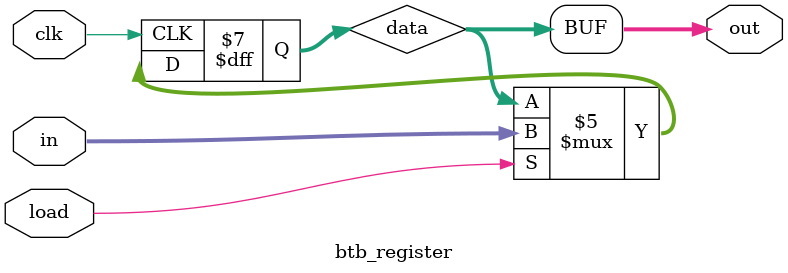
<source format=sv>
module btb_register 
(
    input clk,
    input load,
    input [15:0] in,
    output logic [15:0] out
);

logic [15:0] data;

/* Altera device registers are 0 at power on. Specify this
 * so that Modelsim works as expected.
 */
initial
begin
    data = 16'hffff;
end

always_ff @(posedge clk)
begin
    if (load)
    begin
        data = in;
    end
end

always_comb
begin
    out = data;
end

endmodule : btb_register

</source>
